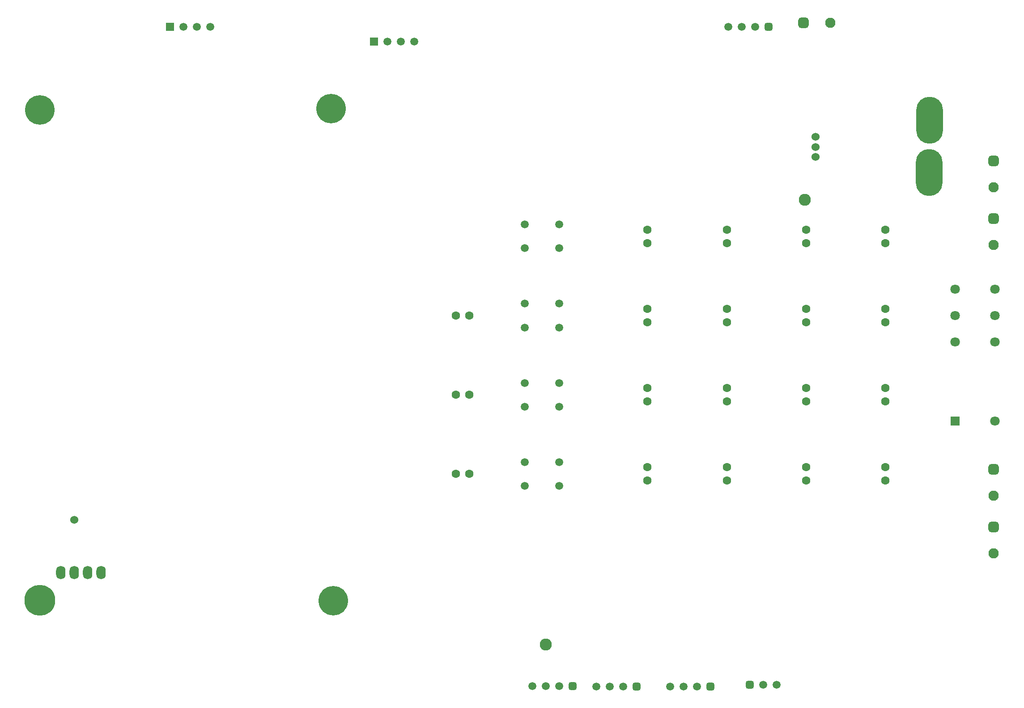
<source format=gbr>
%TF.GenerationSoftware,Altium Limited,Altium Designer,21.6.4 (81)*%
G04 Layer_Color=255*
%FSLAX43Y43*%
%MOMM*%
%TF.SameCoordinates,51A45B19-5AA5-45A3-BC04-4EA5AD39BA57*%
%TF.FilePolarity,Positive*%
%TF.FileFunction,Pads,Top*%
%TF.Part,Single*%
G01*
G75*
%TA.AperFunction,ComponentPad*%
G04:AMPARAMS|DCode=13|XSize=1.95mm|YSize=1.95mm|CornerRadius=0.488mm|HoleSize=0mm|Usage=FLASHONLY|Rotation=0.000|XOffset=0mm|YOffset=0mm|HoleType=Round|Shape=RoundedRectangle|*
%AMROUNDEDRECTD13*
21,1,1.950,0.975,0,0,0.0*
21,1,0.975,1.950,0,0,0.0*
1,1,0.975,0.488,-0.488*
1,1,0.975,-0.488,-0.488*
1,1,0.975,-0.488,0.488*
1,1,0.975,0.488,0.488*
%
%ADD13ROUNDEDRECTD13*%
%ADD14C,1.950*%
%ADD15C,1.500*%
G04:AMPARAMS|DCode=16|XSize=1.5mm|YSize=1.5mm|CornerRadius=0.375mm|HoleSize=0mm|Usage=FLASHONLY|Rotation=0.000|XOffset=0mm|YOffset=0mm|HoleType=Round|Shape=RoundedRectangle|*
%AMROUNDEDRECTD16*
21,1,1.500,0.750,0,0,0.0*
21,1,0.750,1.500,0,0,0.0*
1,1,0.750,0.375,-0.375*
1,1,0.750,-0.375,-0.375*
1,1,0.750,-0.375,0.375*
1,1,0.750,0.375,0.375*
%
%ADD16ROUNDEDRECTD16*%
G04:AMPARAMS|DCode=17|XSize=1.95mm|YSize=1.95mm|CornerRadius=0.488mm|HoleSize=0mm|Usage=FLASHONLY|Rotation=270.000|XOffset=0mm|YOffset=0mm|HoleType=Round|Shape=RoundedRectangle|*
%AMROUNDEDRECTD17*
21,1,1.950,0.975,0,0,270.0*
21,1,0.975,1.950,0,0,270.0*
1,1,0.975,-0.488,-0.488*
1,1,0.975,-0.488,0.488*
1,1,0.975,0.488,0.488*
1,1,0.975,0.488,-0.488*
%
%ADD17ROUNDEDRECTD17*%
%ADD18C,1.800*%
%ADD19R,1.800X1.800*%
%ADD20C,2.286*%
%ADD21O,5.080X8.890*%
%ADD22C,1.524*%
%ADD23C,1.600*%
%ADD24R,1.500X1.500*%
%ADD25C,5.842*%
%ADD26C,5.588*%
%ADD27O,1.778X2.540*%
D13*
X159552Y130500D02*
D03*
D14*
X164552D02*
D03*
X195500Y29925D02*
D03*
Y99314D02*
D03*
Y40894D02*
D03*
Y88392D02*
D03*
D15*
X108204Y4826D02*
D03*
X110744D02*
D03*
X113284D02*
D03*
X145288Y129700D02*
D03*
X147828D02*
D03*
X150368D02*
D03*
X80772Y126873D02*
D03*
X83312D02*
D03*
X85852D02*
D03*
X42164Y129700D02*
D03*
X44704D02*
D03*
X47244D02*
D03*
X139319Y4700D02*
D03*
X136779D02*
D03*
X134239D02*
D03*
X125349D02*
D03*
X122809D02*
D03*
X120269D02*
D03*
X154432Y5080D02*
D03*
X151892D02*
D03*
X106750Y62250D02*
D03*
Y57750D02*
D03*
X113250Y62250D02*
D03*
Y57750D02*
D03*
X106750Y92250D02*
D03*
Y87750D02*
D03*
X113250Y92250D02*
D03*
Y87750D02*
D03*
Y72750D02*
D03*
Y77250D02*
D03*
X106750Y72750D02*
D03*
Y77250D02*
D03*
X113250Y42750D02*
D03*
Y47250D02*
D03*
X106750Y42750D02*
D03*
Y47250D02*
D03*
D16*
X115824Y4826D02*
D03*
X152908Y129700D02*
D03*
X141859Y4700D02*
D03*
X127889D02*
D03*
X149352Y5080D02*
D03*
D17*
X195500Y34925D02*
D03*
Y104314D02*
D03*
Y45894D02*
D03*
Y93392D02*
D03*
D18*
X195750Y55000D02*
D03*
Y70000D02*
D03*
Y75000D02*
D03*
Y80000D02*
D03*
X188250D02*
D03*
Y75000D02*
D03*
Y70000D02*
D03*
D19*
Y55000D02*
D03*
D20*
X110744Y12700D02*
D03*
X159766Y96901D02*
D03*
D21*
X183388Y112014D02*
D03*
X183261Y102108D02*
D03*
D22*
X161798Y108839D02*
D03*
Y106934D02*
D03*
Y105029D02*
D03*
X21463Y36322D02*
D03*
D23*
X93730Y45000D02*
D03*
X96270D02*
D03*
X175000Y46270D02*
D03*
Y43730D02*
D03*
X160000Y46270D02*
D03*
Y43730D02*
D03*
X145000Y46270D02*
D03*
Y43730D02*
D03*
X130000Y46270D02*
D03*
Y43730D02*
D03*
X175000Y61270D02*
D03*
Y58730D02*
D03*
X160000Y61270D02*
D03*
Y58730D02*
D03*
X145000Y61270D02*
D03*
Y58730D02*
D03*
X130000Y61270D02*
D03*
Y58730D02*
D03*
X175000Y76270D02*
D03*
Y73730D02*
D03*
X160000Y76270D02*
D03*
Y73730D02*
D03*
X145000Y76270D02*
D03*
Y73730D02*
D03*
X130000Y76270D02*
D03*
Y73730D02*
D03*
X175000Y91270D02*
D03*
Y88730D02*
D03*
X160000Y91270D02*
D03*
Y88730D02*
D03*
X145000Y91270D02*
D03*
Y88730D02*
D03*
X130000Y91270D02*
D03*
Y88730D02*
D03*
X93730Y60000D02*
D03*
X96270D02*
D03*
X93730Y75000D02*
D03*
X96270D02*
D03*
D24*
X78232Y126873D02*
D03*
X39624Y129700D02*
D03*
D25*
X14986Y21082D02*
D03*
D26*
Y113919D02*
D03*
X70104Y114173D02*
D03*
X70485Y20955D02*
D03*
D27*
X18923Y26289D02*
D03*
X21463D02*
D03*
X24003D02*
D03*
X26543D02*
D03*
%TF.MD5,f632e3ffefe384f1854cfb892f19aec7*%
M02*

</source>
